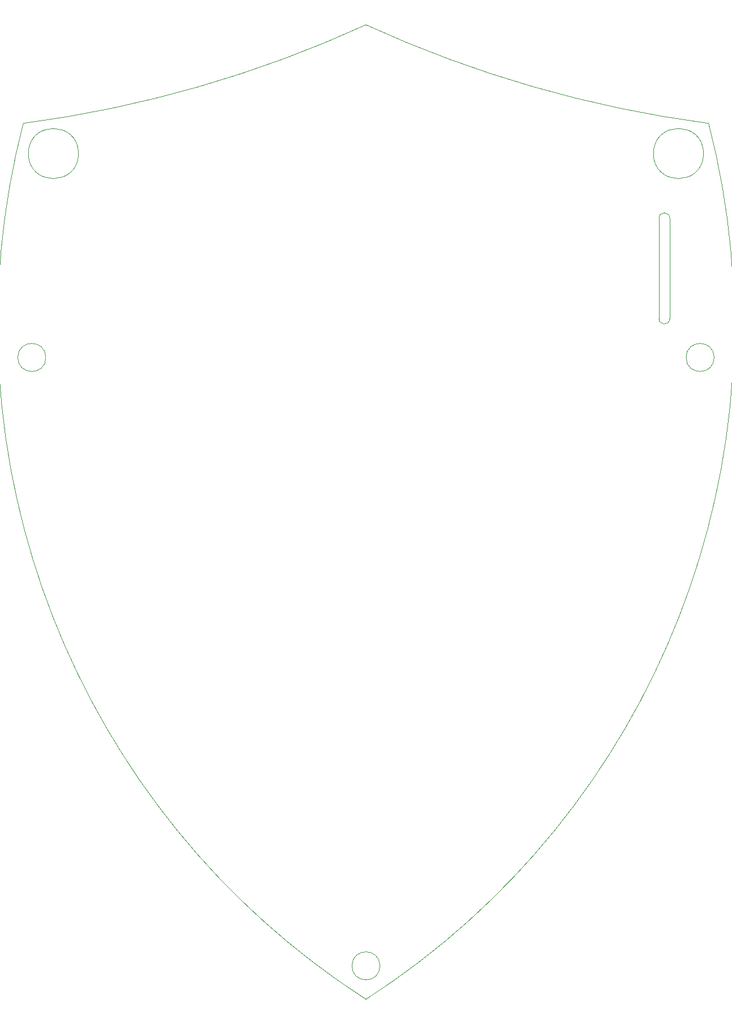
<source format=gbr>
G04 #@! TF.GenerationSoftware,KiCad,Pcbnew,5.0.2-1.fc29*
G04 #@! TF.CreationDate,2019-02-25T04:27:58+01:00*
G04 #@! TF.ProjectId,tr19-badge,74723139-2d62-4616-9467-652e6b696361,rev?*
G04 #@! TF.SameCoordinates,Original*
G04 #@! TF.FileFunction,Profile,NP*
%FSLAX46Y46*%
G04 Gerber Fmt 4.6, Leading zero omitted, Abs format (unit mm)*
G04 Created by KiCad (PCBNEW 5.0.2-1.fc29) date Mon 25 Feb 2019 04:27:58 CET*
%MOMM*%
%LPD*%
G01*
G04 APERTURE LIST*
%ADD10C,0.100000*%
G04 APERTURE END LIST*
D10*
X51288593Y131011912D02*
G75*
G02X-1Y0I-116172450J-30065960D01*
G01*
X52114173Y96000000D02*
G75*
G03X52114173Y96000000I-2100000J0D01*
G01*
X45478267Y116820000D02*
X45478267Y101820000D01*
X43849987Y116820000D02*
G75*
G02X45478267Y116820000I814140J0D01*
G01*
X43849986Y101820000D02*
X43849986Y116820000D01*
X-47912847Y96000000D02*
G75*
G03X-47912847Y96000000I-2100000J0D01*
G01*
X-1Y145752712D02*
G75*
G02X-51287004Y131011913I-74816411J163714705D01*
G01*
X45478268Y101820000D02*
G75*
G02X43849986Y101820000I-814141J0D01*
G01*
X51288593Y131011911D02*
G75*
G02X-1Y145752712I23527175J178455800D01*
G01*
X0Y0D02*
G75*
G02X-51287004Y131011913I64885219J100945076D01*
G01*
X-43025091Y126500000D02*
G75*
G03X-43025091Y126500000I-3750000J0D01*
G01*
X50526681Y126500000D02*
G75*
G03X50526681Y126500000I-3750000J0D01*
G01*
X2099999Y5000000D02*
G75*
G03X2099999Y5000000I-2100000J0D01*
G01*
M02*

</source>
